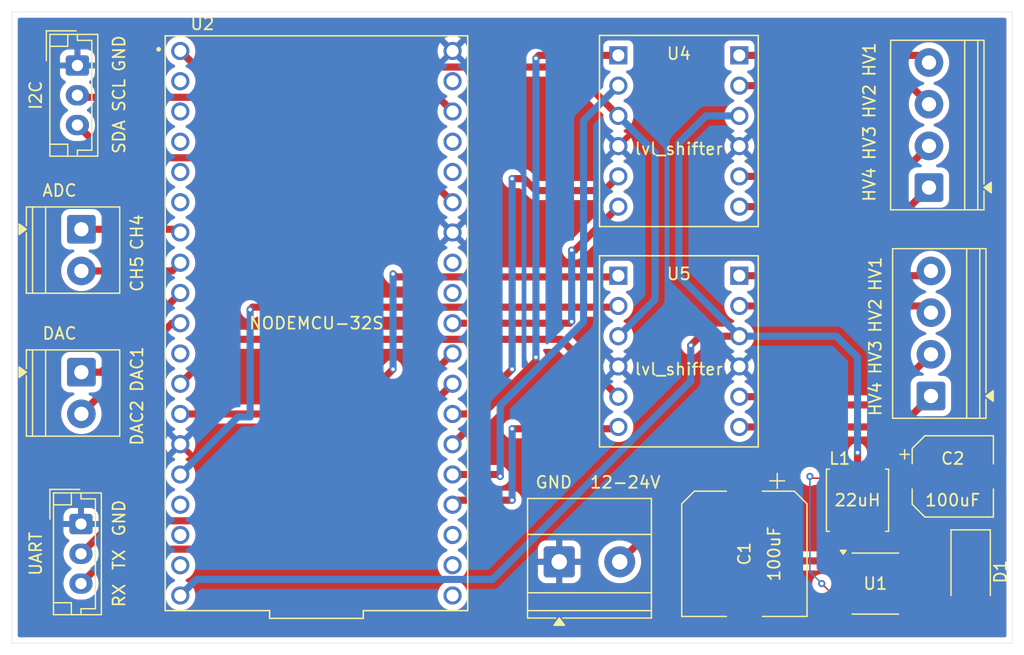
<source format=kicad_pcb>
(kicad_pcb (version 20241229) (generator "pcbnew") (generator_version "9.0")
  (layers (0 "F.Cu" signal "Front") (4 "In1.Cu" signal) (6 "In2.Cu" signal) (2 "B.Cu" signal "Back") (13 "F.Paste" user) (15 "B.Paste" user) (5 "F.SilkS" user "F.Silkscreen") (7 "B.SilkS" user "B.Silkscreen") (1 "F.Mask" user) (3 "B.Mask" user) (25 "Edge.Cuts" user))
  (net 0 "")
  (net 1 "GND")
  (net 3 "5V")
  (net 7 "Net-(J4-Pin_2)")
  (net 8 "Net-(D1-K)")
  (net 12 "Net-(J1-Pin_3)")
  (net 15 "Net-(J4-Pin_1)")
  (net 16 "Net-(J2-Pin_2)")
  (net 17 "LV_Signal2")
  (net 18 "LV_Signal5")
  (net 21 "+3.3V")
  (net 23 "LV_Signal7")
  (net 24 "Net-(J3-Pin_2)")
  (net 25 "LV_Signal1")
  (net 26 "Net-(J2-Pin_3)")
  (net 32 "LV_Signal4")
  (net 33 "Net-(J1-Pin_2)")
  (net 35 "LV_Signal6")
  (net 36 "Net-(J3-Pin_1)")
  (net 37 "Net-(J5-Pin_1)")
  (net 38 "Net-(J5-Pin_2)")
  (net 39 "Net-(J5-Pin_4)")
  (net 40 "Net-(J5-Pin_3)")
  (net 41 "LV_Signal3")
  (net 42 "Net-(J6-Pin_4)")
  (net 43 "Net-(J6-Pin_3)")
  (net 44 "Net-(J6-Pin_1)")
  (net 45 "Net-(J6-Pin_2)")
  (net 46 "LV_Signal8")
  (net 47 "Net-(J7-Pin_2)")
  (footprint "TerminalBlock_Phoenix:TerminalBlock_Phoenix_MKDS-1,5-2-5.08_1x02_P5.08mm_Horizontal" (layer "F.Cu") (at 137.955 135.1725)
    (property "Reference" "GND" (at -0.455 -6.6725 0) (layer "F.SilkS"))
    (property "Value" "INPUT POWER (12 - 24V)")
    (fp_line (start -2.66 -5.32) (end 7.74 -5.32) (stroke (width 0.12)) (layer "F.SilkS"))
    (fp_line (start -2.66 -2.3) (end 7.74 -2.3) (stroke (width 0.12)) (layer "F.SilkS"))
    (fp_line (start -2.66 2.6) (end 7.74 2.6) (stroke (width 0.12)) (layer "F.SilkS"))
    (fp_line (start -2.66 4.1) (end 7.74 4.1) (stroke (width 0.12)) (layer "F.SilkS"))
    (fp_line (start -2.66 4.72) (end -2.66 -5.32) (stroke (width 0.12)) (layer "F.SilkS"))
    (fp_line (start -0.3 4.72) (end -2.66 4.72) (stroke (width 0.12)) (layer "F.SilkS"))
    (fp_line (start 7.74 -5.32) (end 7.74 4.72) (stroke (width 0.12)) (layer "F.SilkS"))
    (fp_line (start 7.74 4.72) (end 0.3 4.72) (stroke (width 0.12)) (layer "F.SilkS"))
    (fp_poly (pts (xy 0 4.72) (xy 0.44 5.33) (xy -0.44 5.33)) (stroke (width 0.12)) (fill yes) (layer "F.SilkS"))
    (pad "1" thru_hole roundrect (at 0 0) (size 2.6 2.6) (drill 1.3) (layers "*.Cu" "*.Mask") (roundrect_rratio 0.096154) (net 1 "GND"))
    (pad "2" thru_hole circle (at 5.08 0) (size 2.6 2.6) (drill 1.3) (layers "*.Cu" "*.Mask") (net 47 "Net-(J7-Pin_2)"))
  )
  (footprint "TerminalBlock_Phoenix:TerminalBlock_Phoenix_PT-1,5-4-3.5-H_1x04_P3.50mm_Horizontal" (layer "F.Cu") (at 169.1675 121.25 90)
    (property "Reference" "J6" (hide yes))
    (property "Value" "5V_Signal")
    (fp_line (start 12.37 -3.22) (end 12.37 4.62) (stroke (width 0.12)) (layer "F.SilkS"))
    (fp_line (start -1.87 -3.22) (end 12.37 -3.22) (stroke (width 0.12)) (layer "F.SilkS"))
    (fp_line (start -1.87 3) (end 12.37 3) (stroke (width 0.12)) (layer "F.SilkS"))
    (fp_line (start -1.87 4.1) (end 12.37 4.1) (stroke (width 0.12)) (layer "F.SilkS"))
    (fp_line (start 12.37 4.62) (end 0.3 4.62) (stroke (width 0.12)) (layer "F.SilkS"))
    (fp_line (start -0.3 4.62) (end -1.87 4.62) (stroke (width 0.12)) (layer "F.SilkS"))
    (fp_line (start -1.87 4.62) (end -1.87 -3.22) (stroke (width 0.12)) (layer "F.SilkS"))
    (fp_poly (pts (xy 0 4.62) (xy 0.44 5.23) (xy -0.44 5.23)) (stroke (width 0.12)) (fill yes) (layer "F.SilkS"))
    (pad "1" thru_hole roundrect (at 0 0 90) (size 2.4 2.4) (drill 1.2) (layers "*.Cu" "*.Mask") (roundrect_rratio 0.104167) (net 44 "Net-(J6-Pin_1)"))
    (pad "2" thru_hole circle (at 3.5 0 90) (size 2.4 2.4) (drill 1.2) (layers "*.Cu" "*.Mask") (net 45 "Net-(J6-Pin_2)"))
    (pad "3" thru_hole circle (at 7 0 90) (size 2.4 2.4) (drill 1.2) (layers "*.Cu" "*.Mask") (net 43 "Net-(J6-Pin_3)"))
    (pad "4" thru_hole circle (at 10.5 0 90) (size 2.4 2.4) (drill 1.2) (layers "*.Cu" "*.Mask") (net 42 "Net-(J6-Pin_4)"))
  )
  (footprint "Connector_JST:JST_EH_B3B-EH-A_1x03_P2.50mm_Vertical" (layer "F.Cu") (at 97.5 93.5 -90)
    (property "Reference" "I2C" (at 2.5 3.5 90) (layer "F.SilkS"))
    (property "Value" "Conn_01x03_Pin" (hide yes))
    (fp_line (start -2.91 2.61) (end -0.41 2.61) (stroke (width 0.12)) (layer "F.SilkS"))
    (fp_line (start -2.61 2.31) (end 7.61 2.31) (stroke (width 0.12)) (layer "F.SilkS"))
    (fp_line (start 7.61 2.31) (end 7.61 -1.71) (stroke (width 0.12)) (layer "F.SilkS"))
    (fp_line (start -2.61 0.81) (end -1.61 0.81) (stroke (width 0.12)) (layer "F.SilkS"))
    (fp_line (start -1.61 0.81) (end -1.61 2.31) (stroke (width 0.12)) (layer "F.SilkS"))
    (fp_line (start 6.61 0.81) (end 6.61 2.31) (stroke (width 0.12)) (layer "F.SilkS"))
    (fp_line (start 7.61 0.81) (end 6.61 0.81) (stroke (width 0.12)) (layer "F.SilkS"))
    (fp_line (start -2.91 0.11) (end -2.91 2.61) (stroke (width 0.12)) (layer "F.SilkS"))
    (fp_line (start -2.61 0) (end -2.11 0) (stroke (width 0.12)) (layer "F.SilkS"))
    (fp_line (start -2.11 0) (end -2.11 -1.21) (stroke (width 0.12)) (layer "F.SilkS"))
    (fp_line (start 7.11 0) (end 7.61 0) (stroke (width 0.12)) (layer "F.SilkS"))
    (fp_line (start -2.11 -1.21) (end 7.11 -1.21) (stroke (width 0.12)) (layer "F.SilkS"))
    (fp_line (start 7.11 -1.21) (end 7.11 0) (stroke (width 0.12)) (layer "F.SilkS"))
    (fp_line (start -2.61 -1.71) (end -2.61 2.31) (stroke (width 0.12)) (layer "F.SilkS"))
    (fp_line (start 7.61 -1.71) (end -2.61 -1.71) (stroke (width 0.12)) (layer "F.SilkS"))
    (pad "1" thru_hole roundrect (at 0 0 270) (size 1.7 1.95) (drill 0.95) (layers "*.Cu" "*.Mask") (roundrect_rratio 0.147059) (net 1 "GND"))
    (pad "2" thru_hole oval (at 2.5 0 270) (size 1.7 1.95) (drill 0.95) (layers "*.Cu" "*.Mask") (net 16 "Net-(J2-Pin_2)"))
    (pad "3" thru_hole oval (at 5 0 270) (size 1.7 1.95) (drill 0.95) (layers "*.Cu" "*.Mask") (net 26 "Net-(J2-Pin_3)"))
  )
  (footprint "Diode_SMD:D_SMA" (layer "F.Cu") (at 172.5 136 -90)
    (property "Reference" "D1" (at 0 -2.5 90) (layer "F.SilkS"))
    (property "Value" "SS34")
    (fp_line (start -3.51 1.65) (end 2 1.65) (stroke (width 0.12)) (layer "F.SilkS"))
    (fp_line (start -3.51 -1.65) (end -3.51 1.65) (stroke (width 0.12)) (layer "F.SilkS"))
    (fp_line (start -3.51 -1.65) (end 2 -1.65) (stroke (width 0.12)) (layer "F.SilkS"))
    (pad "1" smd roundrect (at -2 0 270) (size 2.5 1.8) (layers "F.Cu" "F.Mask" "F.Paste") (roundrect_rratio 0.1388888889) (net 8 "Net-(D1-K)"))
    (pad "2" smd roundrect (at 2 0 270) (size 2.5 1.8) (layers "F.Cu" "F.Mask" "F.Paste") (roundrect_rratio 0.1388888889) (net 1 "GND"))
  )
  (footprint "TerminalBlock_Phoenix:TerminalBlock_Phoenix_PT-1,5-2-3.5-H_1x02_P3.50mm_Horizontal" (layer "F.Cu") (at 97.8325 119.25 -90)
    (property "Reference" "DAC" (at -3.25 1.8325 180) (layer "F.SilkS"))
    (property "Value" "Conn_01x02_Socket" (hide yes))
    (fp_line (start -1.87 4.62) (end -1.87 -3.22) (stroke (width 0.12)) (layer "F.SilkS"))
    (fp_line (start -0.3 4.62) (end -1.87 4.62) (stroke (width 0.12)) (layer "F.SilkS"))
    (fp_line (start 5.37 4.62) (end 0.3 4.62) (stroke (width 0.12)) (layer "F.SilkS"))
    (fp_line (start -1.87 4.1) (end 5.37 4.1) (stroke (width 0.12)) (layer "F.SilkS"))
    (fp_line (start -1.87 3) (end 5.37 3) (stroke (width 0.12)) (layer "F.SilkS"))
    (fp_line (start -1.87 -3.22) (end 5.37 -3.22) (stroke (width 0.12)) (layer "F.SilkS"))
    (fp_line (start 5.37 -3.22) (end 5.37 4.62) (stroke (width 0.12)) (layer "F.SilkS"))
    (fp_poly (pts (xy 0 4.62) (xy 0.44 5.23) (xy -0.44 5.23)) (stroke (width 0.12)) (fill yes) (layer "F.SilkS"))
    (pad "1" thru_hole roundrect (at 0 0 270) (size 2.4 2.4) (drill 1.2) (layers "*.Cu" "*.Mask") (roundrect_rratio 0.104167) (net 36 "Net-(J3-Pin_1)"))
    (pad "2" thru_hole circle (at 3.5 0 270) (size 2.4 2.4) (drill 1.2) (layers "*.Cu" "*.Mask") (net 24 "Net-(J3-Pin_2)"))
  )
  (footprint "Package_SO:SOIC-8_3.9x4.9mm_P1.27mm" (layer "F.Cu") (at 164.5 137)
    (property "Reference" "U1" (at 0 0 0) (layer "F.SilkS"))
    (property "Value" "XL1509-5.0")
    (fp_line (start 0 -2.56) (end -1.95 -2.56) (stroke (width 0.12)) (layer "F.SilkS"))
    (fp_line (start 0 -2.56) (end 1.95 -2.56) (stroke (width 0.12)) (layer "F.SilkS"))
    (fp_line (start 0 2.56) (end -1.95 2.56) (stroke (width 0.12)) (layer "F.SilkS"))
    (fp_line (start 0 2.56) (end 1.95 2.56) (stroke (width 0.12)) (layer "F.SilkS"))
    (fp_poly (pts (xy -2.7 -2.465) (xy -2.94 -2.795) (xy -2.46 -2.795)) (stroke (width 0.12)) (fill yes) (layer "F.SilkS"))
    (pad "1" smd roundrect (at -2.475 -1.905) (size 1.95 0.6) (layers "F.Cu" "F.Mask" "F.Paste") (net 47 "Net-(J7-Pin_2)"))
    (pad "2" smd roundrect (at -2.475 -0.635) (size 1.95 0.6) (layers "F.Cu" "F.Mask" "F.Paste") (net 8 "Net-(D1-K)"))
    (pad "3" smd roundrect (at -2.475 0.635) (size 1.95 0.6) (layers "F.Cu" "F.Mask" "F.Paste") (net 3 "5V"))
    (pad "4" smd roundrect (at -2.475 1.905) (size 1.95 0.6) (layers "F.Cu" "F.Mask" "F.Paste"))
    (pad "5" smd roundrect (at 2.475 1.905) (size 1.95 0.6) (layers "F.Cu" "F.Mask" "F.Paste") (net 1 "GND"))
    (pad "6" smd roundrect (at 2.475 0.635) (size 1.95 0.6) (layers "F.Cu" "F.Mask" "F.Paste") (net 1 "GND"))
    (pad "7" smd roundrect (at 2.475 -0.635) (size 1.95 0.6) (layers "F.Cu" "F.Mask" "F.Paste") (net 1 "GND"))
    (pad "8" smd roundrect (at 2.475 -1.905) (size 1.95 0.6) (layers "F.Cu" "F.Mask" "F.Paste") (net 1 "GND"))
  )
  (footprint "Capacitor_SMD:CP_Elec_6.3x5.8" (layer "F.Cu") (at 171 128)
    (property "Reference" "C2" (at 0 -1.5 0) (layer "F.SilkS"))
    (property "Value" "100u")
    (fp_line (start -4.4375 -1.8475) (end -3.65 -1.8475) (stroke (width 0.12)) (layer "F.SilkS"))
    (fp_line (start -4.04375 -2.24125) (end -4.04375 -1.45375) (stroke (width 0.12)) (layer "F.SilkS"))
    (fp_line (start -3.41 -2.345563) (end -3.41 -1.06) (stroke (width 0.12)) (layer "F.SilkS"))
    (fp_line (start -3.41 -2.345563) (end -2.345563 -3.41) (stroke (width 0.12)) (layer "F.SilkS"))
    (fp_line (start -3.41 2.345563) (end -3.41 1.06) (stroke (width 0.12)) (layer "F.SilkS"))
    (fp_line (start -3.41 2.345563) (end -2.345563 3.41) (stroke (width 0.12)) (layer "F.SilkS"))
    (fp_line (start -2.345563 -3.41) (end 3.41 -3.41) (stroke (width 0.12)) (layer "F.SilkS"))
    (fp_line (start -2.345563 3.41) (end 3.41 3.41) (stroke (width 0.12)) (layer "F.SilkS"))
    (fp_line (start 3.41 -3.41) (end 3.41 -1.06) (stroke (width 0.12)) (layer "F.SilkS"))
    (fp_line (start 3.41 3.41) (end 3.41 1.06) (stroke (width 0.12)) (layer "F.SilkS"))
    (pad "1" smd roundrect (at -2.7 0) (size 3.5 1.6) (layers "F.Cu" "F.Mask" "F.Paste") (roundrect_rratio 0.15625) (net 3 "5V"))
    (pad "2" smd roundrect (at 2.7 0) (size 3.5 1.6) (layers "F.Cu" "F.Mask" "F.Paste") (roundrect_rratio 0.15625) (net 1 "GND"))
  )
  (footprint "NODEMCU-32S:MODULE_NODEMCU-32S" (layer "F.Cu") (at 117.57 115.14)
    (property "Reference" "U2" (at -9.575 -25.135 0) (layer "F.SilkS"))
    (property "Value" "NODEMCU-32S")
    (fp_line (start -12.7 -24.13) (end 12.7 -24.13) (stroke (width 0.127)) (layer "F.SilkS"))
    (fp_line (start -12.7 24.13) (end -12.7 -24.13) (stroke (width 0.127)) (layer "F.SilkS"))
    (fp_line (start -3.93 24.13) (end -12.7 24.13) (stroke (width 0.127)) (layer "F.SilkS"))
    (fp_line (start -3.93 24.13) (end -3.93 24.78) (stroke (width 0.127)) (layer "F.SilkS"))
    (fp_line (start -3.93 24.78) (end 3.93 24.78) (stroke (width 0.127)) (layer "F.SilkS"))
    (fp_line (start 3.93 24.78) (end 3.93 24.13) (stroke (width 0.127)) (layer "F.SilkS"))
    (fp_line (start 12.7 -24.13) (end 12.7 24.13) (stroke (width 0.127)) (layer "F.SilkS"))
    (fp_line (start 12.7 24.13) (end 3.93 24.13) (stroke (width 0.127)) (layer "F.SilkS"))
    (fp_circle (center -13.25 -23) (end -13.15 -23) (stroke (width 0.2)) (fill no) (layer "F.SilkS"))
    (pad "J1_1" thru_hole circle (at -11.43 -22.86) (size 1.524 1.524) (drill 1.016) (layers "*.Cu" "*.Mask") (net 21 "+3.3V"))
    (pad "J1_2" thru_hole circle (at -11.43 -20.32) (size 1.524 1.524) (drill 1.016) (layers "*.Cu" "*.Mask"))
    (pad "J1_3" thru_hole circle (at -11.43 -17.78) (size 1.524 1.524) (drill 1.016) (layers "*.Cu" "*.Mask"))
    (pad "J1_4" thru_hole circle (at -11.43 -15.24) (size 1.524 1.524) (drill 1.016) (layers "*.Cu" "*.Mask"))
    (pad "J1_5" thru_hole circle (at -11.43 -12.7) (size 1.524 1.524) (drill 1.016) (layers "*.Cu" "*.Mask"))
    (pad "J1_6" thru_hole circle (at -11.43 -10.16) (size 1.524 1.524) (drill 1.016) (layers "*.Cu" "*.Mask"))
    (pad "J1_7" thru_hole circle (at -11.43 -7.62) (size 1.524 1.524) (drill 1.016) (layers "*.Cu" "*.Mask") (net 15 "Net-(J4-Pin_1)"))
    (pad "J1_8" thru_hole circle (at -11.43 -5.08) (size 1.524 1.524) (drill 1.016) (layers "*.Cu" "*.Mask") (net 7 "Net-(J4-Pin_2)"))
    (pad "J1_9" thru_hole circle (at -11.43 -2.54) (size 1.524 1.524) (drill 1.016) (layers "*.Cu" "*.Mask") (net 36 "Net-(J3-Pin_1)"))
    (pad "J1_10" thru_hole circle (at -11.43 0) (size 1.524 1.524) (drill 1.016) (layers "*.Cu" "*.Mask") (net 24 "Net-(J3-Pin_2)"))
    (pad "J1_11" thru_hole circle (at -11.43 2.54) (size 1.524 1.524) (drill 1.016) (layers "*.Cu" "*.Mask"))
    (pad "J1_12" thru_hole circle (at -11.43 5.08) (size 1.524 1.524) (drill 1.016) (layers "*.Cu" "*.Mask") (net 23 "LV_Signal7"))
    (pad "J1_13" thru_hole circle (at -11.43 7.62) (size 1.524 1.524) (drill 1.016) (layers "*.Cu" "*.Mask") (net 18 "LV_Signal5"))
    (pad "J1_14" thru_hole circle (at -11.43 10.16) (size 1.524 1.524) (drill 1.016) (layers "*.Cu" "*.Mask") (net 1 "GND"))
    (pad "J1_15" thru_hole circle (at -11.43 12.7) (size 1.524 1.524) (drill 1.016) (layers "*.Cu" "*.Mask") (net 35 "LV_Signal6"))
    (pad "J1_16" thru_hole circle (at -11.43 15.24) (size 1.524 1.524) (drill 1.016) (layers "*.Cu" "*.Mask"))
    (pad "J1_17" thru_hole circle (at -11.43 17.78) (size 1.524 1.524) (drill 1.016) (layers "*.Cu" "*.Mask"))
    (pad "J1_18" thru_hole circle (at -11.43 20.32) (size 1.524 1.524) (drill 1.016) (layers "*.Cu" "*.Mask"))
    (pad "J1_19" thru_hole circle (at -11.43 22.86) (size 1.524 1.524) (drill 1.016) (layers "*.Cu" "*.Mask") (net 3 "5V"))
    (pad "J2_1" thru_hole circle (at 11.43 -22.86) (size 1.524 1.524) (drill 1.016) (layers "*.Cu" "*.Mask") (net 1 "GND"))
    (pad "J2_2" thru_hole circle (at 11.43 -20.32) (size 1.524 1.524) (drill 1.016) (layers "*.Cu" "*.Mask"))
    (pad "J2_3" thru_hole circle (at 11.43 -17.78) (size 1.524 1.524) (drill 1.016) (layers "*.Cu" "*.Mask") (net 16 "Net-(J2-Pin_2)"))
    (pad "J2_4" thru_hole circle (at 11.43 -15.24) (size 1.524 1.524) (drill 1.016) (layers "*.Cu" "*.Mask"))
    (pad "J2_5" thru_hole circle (at 11.43 -12.7) (size 1.524 1.524) (drill 1.016) (layers "*.Cu" "*.Mask"))
    (pad "J2_6" thru_hole circle (at 11.43 -10.16) (size 1.524 1.524) (drill 1.016) (layers "*.Cu" "*.Mask") (net 26 "Net-(J2-Pin_3)"))
    (pad "J2_7" thru_hole circle (at 11.43 -7.62) (size 1.524 1.524) (drill 1.016) (layers "*.Cu" "*.Mask") (net 1 "GND"))
    (pad "J2_8" thru_hole circle (at 11.43 -5.08) (size 1.524 1.524) (drill 1.016) (layers "*.Cu" "*.Mask"))
    (pad "J2_9" thru_hole circle (at 11.43 -2.54) (size 1.524 1.524) (drill 1.016) (layers "*.Cu" "*.Mask"))
    (pad "J2_10" thru_hole circle (at 11.43 0) (size 1.524 1.524) (drill 1.016) (layers "*.Cu" "*.Mask") (net 32 "LV_Signal4"))
    (pad "J2_11" thru_hole circle (at 11.43 2.54) (size 1.524 1.524) (drill 1.016) (layers "*.Cu" "*.Mask") (net 33 "Net-(J1-Pin_2)"))
    (pad "J2_12" thru_hole circle (at 11.43 5.08) (size 1.524 1.524) (drill 1.016) (layers "*.Cu" "*.Mask") (net 12 "Net-(J1-Pin_3)"))
    (pad "J2_13" thru_hole circle (at 11.43 7.62) (size 1.524 1.524) (drill 1.016) (layers "*.Cu" "*.Mask") (net 41 "LV_Signal3"))
    (pad "J2_14" thru_hole circle (at 11.43 10.16) (size 1.524 1.524) (drill 1.016) (layers "*.Cu" "*.Mask") (net 25 "LV_Signal1"))
    (pad "J2_15" thru_hole circle (at 11.43 12.7) (size 1.524 1.524) (drill 1.016) (layers "*.Cu" "*.Mask") (net 17 "LV_Signal2"))
    (pad "J2_16" thru_hole circle (at 11.43 15.24) (size 1.524 1.524) (drill 1.016) (layers "*.Cu" "*.Mask") (net 46 "LV_Signal8"))
    (pad "J2_17" thru_hole circle (at 11.43 17.78) (size 1.524 1.524) (drill 1.016) (layers "*.Cu" "*.Mask"))
    (pad "J2_18" thru_hole circle (at 11.43 20.32) (size 1.524 1.524) (drill 1.016) (layers "*.Cu" "*.Mask"))
    (pad "J2_19" thru_hole circle (at 11.43 22.86) (size 1.524 1.524) (drill 1.016) (layers "*.Cu" "*.Mask"))
  )
  (footprint "Capacitor_SMD:CP_Elec_10x10" (layer "F.Cu") (at 153.5 134.5 -90)
    (property "Reference" "C1" (at 0 0 90) (layer "F.SilkS"))
    (property "Value" "100u")
    (fp_line (start -4.195563 5.26) (end 5.26 5.26) (stroke (width 0.12)) (layer "F.SilkS"))
    (fp_line (start 5.26 5.26) (end 5.26 1.51) (stroke (width 0.12)) (layer "F.SilkS"))
    (fp_line (start -5.26 4.195563) (end -4.195563 5.26) (stroke (width 0.12)) (layer "F.SilkS"))
    (fp_line (start -5.26 4.195563) (end -5.26 1.51) (stroke (width 0.12)) (layer "F.SilkS"))
    (fp_line (start -6.75 -2.76) (end -5.5 -2.76) (stroke (width 0.12)) (layer "F.SilkS"))
    (fp_line (start -6.125 -3.385) (end -6.125 -2.135) (stroke (width 0.12)) (layer "F.SilkS"))
    (fp_line (start -5.26 -4.195563) (end -5.26 -1.51) (stroke (width 0.12)) (layer "F.SilkS"))
    (fp_line (start -5.26 -4.195563) (end -4.195563 -5.26) (stroke (width 0.12)) (layer "F.SilkS"))
    (fp_line (start -4.195563 -5.26) (end 5.26 -5.26) (stroke (width 0.12)) (layer "F.SilkS"))
    (fp_line (start 5.26 -5.26) (end 5.26 -1.51) (stroke (width 0.12)) (layer "F.SilkS"))
    (pad "1" smd roundrect (at -4 0 270) (size 4 2.5) (layers "F.Cu" "F.Mask" "F.Paste") (roundrect_rratio 0.1) (net 47 "Net-(J7-Pin_2)"))
    (pad "2" smd roundrect (at 4 0 270) (size 4 2.5) (layers "F.Cu" "F.Mask" "F.Paste") (roundrect_rratio 0.1) (net 1 "GND"))
  )
  (footprint "Inductor_SMD:L_APV_ANR5020" (layer "F.Cu") (at 163 130 90)
    (property "Reference" "L1" (at 3.5 -1.5 180) (layer "F.SilkS"))
    (property "Value" "22u")
    (fp_line (start 2.61 -2.61) (end 2.61 -2.36) (stroke (width 0.12)) (layer "F.SilkS"))
    (fp_line (start -2.61 -2.61) (end 2.61 -2.61) (stroke (width 0.12)) (layer "F.SilkS"))
    (fp_line (start -2.61 -2.36) (end -2.61 -2.61) (stroke (width 0.12)) (layer "F.SilkS"))
    (fp_line (start 2.61 2.36) (end 2.61 2.61) (stroke (width 0.12)) (layer "F.SilkS"))
    (fp_line (start 2.61 2.61) (end -2.61 2.61) (stroke (width 0.12)) (layer "F.SilkS"))
    (fp_line (start -2.61 2.61) (end -2.61 2.36) (stroke (width 0.12)) (layer "F.SilkS"))
    (pad "1" smd roundrect (at -1.85 0 90) (size 1.4 4.2) (layers "F.Cu" "F.Mask" "F.Paste") (roundrect_rratio 0.178571) (net 8 "Net-(D1-K)"))
    (pad "2" smd roundrect (at 1.85 0 90) (size 1.4 4.2) (layers "F.Cu" "F.Mask" "F.Paste") (roundrect_rratio 0.178571) (net 3 "5V"))
  )
  (footprint "BOB-12009:CONV_BOB-12009" (layer "F.Cu") (at 148 99)
    (property "Reference" "U4" (at 0 -6.5 0) (layer "F.SilkS"))
    (property "Value" "BOB-12009")
    (fp_line (start -6.665 -8.025) (end 6.665 -8.025) (stroke (width 0.127)) (layer "F.SilkS"))
    (fp_line (start -6.665 8.025) (end -6.665 -8.025) (stroke (width 0.127)) (layer "F.SilkS"))
    (fp_line (start 6.665 -8.025) (end 6.665 8.025) (stroke (width 0.127)) (layer "F.SilkS"))
    (fp_line (start 6.665 8.025) (end -6.665 8.025) (stroke (width 0.127)) (layer "F.SilkS"))
    (pad "GND_1" thru_hole circle (at 5.08 1.27) (size 1.524 1.524) (drill 1.016) (layers "*.Cu" "*.Mask") (net 1 "GND"))
    (pad "GND_2" thru_hole circle (at -5.08 1.27) (size 1.524 1.524) (drill 1.016) (layers "*.Cu" "*.Mask") (net 1 "GND"))
    (pad "HV" thru_hole circle (at 5.08 -1.27) (size 1.524 1.524) (drill 1.016) (layers "*.Cu" "*.Mask") (net 3 "5V"))
    (pad "HV1" thru_hole rect (at 5.08 -6.35) (size 1.524 1.524) (drill 1.016) (layers "*.Cu" "*.Mask") (net 39 "Net-(J5-Pin_4)"))
    (pad "HV2" thru_hole circle (at 5.08 -3.81) (size 1.524 1.524) (drill 1.016) (layers "*.Cu" "*.Mask") (net 40 "Net-(J5-Pin_3)"))
    (pad "HV3" thru_hole circle (at 5.08 3.81) (size 1.524 1.524) (drill 1.016) (layers "*.Cu" "*.Mask") (net 38 "Net-(J5-Pin_2)"))
    (pad "HV4" thru_hole circle (at 5.08 6.35) (size 1.524 1.524) (drill 1.016) (layers "*.Cu" "*.Mask") (net 37 "Net-(J5-Pin_1)"))
    (pad "LV" thru_hole circle (at -5.08 -1.27) (size 1.524 1.524) (drill 1.016) (layers "*.Cu" "*.Mask") (net 21 "+3.3V"))
    (pad "LV1" thru_hole rect (at -5.08 -6.35) (size 1.524 1.524) (drill 1.016) (layers "*.Cu" "*.Mask") (net 25 "LV_Signal1"))
    (pad "LV2" thru_hole circle (at -5.08 -3.81) (size 1.524 1.524) (drill 1.016) (layers "*.Cu" "*.Mask") (net 17 "LV_Signal2"))
    (pad "LV3" thru_hole circle (at -5.08 3.81) (size 1.524 1.524) (drill 1.016) (layers "*.Cu" "*.Mask") (net 41 "LV_Signal3"))
    (pad "LV4" thru_hole circle (at -5.08 6.35) (size 1.524 1.524) (drill 1.016) (layers "*.Cu" "*.Mask") (net 32 "LV_Signal4"))
  )
  (footprint "TerminalBlock_Phoenix:TerminalBlock_Phoenix_PT-1,5-2-3.5-H_1x02_P3.50mm_Horizontal" (layer "F.Cu") (at 97.8325 107.25 -90)
    (property "Reference" "ADC" (at -3.25 1.8325 180) (layer "F.SilkS"))
    (property "Value" "Conn_01x02_Socket" (hide yes))
    (fp_line (start -1.87 4.62) (end -1.87 -3.22) (stroke (width 0.12)) (layer "F.SilkS"))
    (fp_line (start -0.3 4.62) (end -1.87 4.62) (stroke (width 0.12)) (layer "F.SilkS"))
    (fp_line (start 5.37 4.62) (end 0.3 4.62) (stroke (width 0.12)) (layer "F.SilkS"))
    (fp_line (start -1.87 4.1) (end 5.37 4.1) (stroke (width 0.12)) (layer "F.SilkS"))
    (fp_line (start -1.87 3) (end 5.37 3) (stroke (width 0.12)) (layer "F.SilkS"))
    (fp_line (start -1.87 -3.22) (end 5.37 -3.22) (stroke (width 0.12)) (layer "F.SilkS"))
    (fp_line (start 5.37 -3.22) (end 5.37 4.62) (stroke (width 0.12)) (layer "F.SilkS"))
    (fp_poly (pts (xy 0 4.62) (xy 0.44 5.23) (xy -0.44 5.23)) (stroke (width 0.12)) (fill yes) (layer "F.SilkS"))
    (pad "1" thru_hole roundrect (at 0 0 270) (size 2.4 2.4) (drill 1.2) (layers "*.Cu" "*.Mask") (roundrect_rratio 0.104167) (net 15 "Net-(J4-Pin_1)"))
    (pad "2" thru_hole circle (at 3.5 0 270) (size 2.4 2.4) (drill 1.2) (layers "*.Cu" "*.Mask") (net 7 "Net-(J4-Pin_2)"))
  )
  (footprint "Connector_JST:JST_EH_B3B-EH-A_1x03_P2.50mm_Vertical" (layer "F.Cu") (at 97.8 132 -90)
    (property "Reference" "UART" (at 2.5 3.8 90) (layer "F.SilkS"))
    (property "Value" "Conn_01x03_Pin" (hide yes))
    (fp_line (start -2.91 2.61) (end -0.41 2.61) (stroke (width 0.12)) (layer "F.SilkS"))
    (fp_line (start -2.61 2.31) (end 7.61 2.31) (stroke (width 0.12)) (layer "F.SilkS"))
    (fp_line (start 7.61 2.31) (end 7.61 -1.71) (stroke (width 0.12)) (layer "F.SilkS"))
    (fp_line (start -2.61 0.81) (end -1.61 0.81) (stroke (width 0.12)) (layer "F.SilkS"))
    (fp_line (start -1.61 0.81) (end -1.61 2.31) (stroke (width 0.12)) (layer "F.SilkS"))
    (fp_line (start 6.61 0.81) (end 6.61 2.31) (stroke (width 0.12)) (layer "F.SilkS"))
    (fp_line (start 7.61 0.81) (end 6.61 0.81) (stroke (width 0.12)) (layer "F.SilkS"))
    (fp_line (start -2.91 0.11) (end -2.91 2.61) (stroke (width 0.12)) (layer "F.SilkS"))
    (fp_line (start -2.61 0) (end -2.11 0) (stroke (width 0.12)) (layer "F.SilkS"))
    (fp_line (start -2.11 0) (end -2.11 -1.21) (stroke (width 0.12)) (layer "F.SilkS"))
    (fp_line (start 7.11 0) (end 7.61 0) (stroke (width 0.12)) (layer "F.SilkS"))
    (fp_line (start -2.11 -1.21) (end 7.11 -1.21) (stroke (width 0.12)) (layer "F.SilkS"))
    (fp_line (start 7.11 -1.21) (end 7.11 0) (stroke (width 0.12)) (layer "F.SilkS"))
    (fp_line (start -2.61 -1.71) (end -2.61 2.31) (stroke (width 0.12)) (layer "F.SilkS"))
    (fp_line (start 7.61 -1.71) (end -2.61 -1.71) (stroke (width 0.12)) (layer "F.SilkS"))
    (pad "1" thru_hole roundrect (at 0 0 270) (size 1.7 1.95) (drill 0.95) (layers "*.Cu" "*.Mask") (roundrect_rratio 0.147059) (net 1 "GND"))
    (pad "2" thru_hole oval (at 2.5 0 270) (size 1.7 1.95) (drill 0.95) (layers "*.Cu" "*.Mask") (net 33 "Net-(J1-Pin_2)"))
    (pad "3" thru_hole oval (at 5 0 270) (size 1.7 1.95) (drill 0.95) (layers "*.Cu" "*.Mask") (net 12 "Net-(J1-Pin_3)"))
  )
  (footprint "BOB-12009:CONV_BOB-12009" (layer "F.Cu") (at 148 117.5)
    (property "Reference" "U5" (at 0 -6.5 0) (layer "F.SilkS"))
    (property "Value" "BOB-12009")
    (fp_line (start -6.665 -8.025) (end 6.665 -8.025) (stroke (width 0.127)) (layer "F.SilkS"))
    (fp_line (start -6.665 8.025) (end -6.665 -8.025) (stroke (width 0.127)) (layer "F.SilkS"))
    (fp_line (start 6.665 -8.025) (end 6.665 8.025) (stroke (width 0.127)) (layer "F.SilkS"))
    (fp_line (start 6.665 8.025) (end -6.665 8.025) (stroke (width 0.127)) (layer "F.SilkS"))
    (pad "GND_1" thru_hole circle (at 5.08 1.27) (size 1.524 1.524) (drill 1.016) (layers "*.Cu" "*.Mask") (net 1 "GND"))
    (pad "GND_2" thru_hole circle (at -5.08 1.27) (size 1.524 1.524) (drill 1.016) (layers "*.Cu" "*.Mask") (net 1 "GND"))
    (pad "HV" thru_hole circle (at 5.08 -1.27) (size 1.524 1.524) (drill 1.016) (layers "*.Cu" "*.Mask") (net 3 "5V"))
    (pad "HV1" thru_hole rect (at 5.08 -6.35) (size 1.524 1.524) (drill 1.016) (layers "*.Cu" "*.Mask") (net 42 "Net-(J6-Pin_4)"))
    (pad "HV2" thru_hole circle (at 5.08 -3.81) (size 1.524 1.524) (drill 1.016) (layers "*.Cu" "*.Mask") (net 43 "Net-(J6-Pin_3)"))
    (pad "HV3" thru_hole circle (at 5.08 3.81) (size 1.524 1.524) (drill 1.016) (layers "*.Cu" "*.Mask") (net 45 "Net-(J6-Pin_2)"))
    (pad "HV4" thru_hole circle (at 5.08 6.35) (size 1.524 1.524) (drill 1.016) (layers "*.Cu" "*.Mask") (net 44 "Net-(J6-Pin_1)"))
    (pad "LV" thru_hole circle (at -5.08 -1.27) (size 1.524 1.524) (drill 1.016) (layers "*.Cu" "*.Mask") (net 21 "+3.3V"))
    (pad "LV1" thru_hole rect (at -5.08 -6.35) (size 1.524 1.524) (drill 1.016) (layers "*.Cu" "*.Mask") (net 18 "LV_Signal5"))
    (pad "LV2" thru_hole circle (at -5.08 -3.81) (size 1.524 1.524) (drill 1.016) (layers "*.Cu" "*.Mask") (net 35 "LV_Signal6"))
    (pad "LV3" thru_hole circle (at -5.08 3.81) (size 1.524 1.524) (drill 1.016) (layers "*.Cu" "*.Mask") (net 23 "LV_Signal7"))
    (pad "LV4" thru_hole circle (at -5.08 6.35) (size 1.524 1.524) (drill 1.016) (layers "*.Cu" "*.Mask") (net 46 "LV_Signal8"))
  )
  (footprint "TerminalBlock_Phoenix:TerminalBlock_Phoenix_PT-1,5-4-3.5-H_1x04_P3.50mm_Horizontal" (layer "F.Cu") (at 169 103.75 90)
    (property "Reference" "HV1" (at 10.75 -5 90) (layer "F.SilkS"))
    (property "Value" "5V_Signal")
    (fp_line (start 12.37 -3.22) (end 12.37 4.62) (stroke (width 0.12)) (layer "F.SilkS"))
    (fp_line (start -1.87 -3.22) (end 12.37 -3.22) (stroke (width 0.12)) (layer "F.SilkS"))
    (fp_line (start -1.87 3) (end 12.37 3) (stroke (width 0.12)) (layer "F.SilkS"))
    (fp_line (start -1.87 4.1) (end 12.37 4.1) (stroke (width 0.12)) (layer "F.SilkS"))
    (fp_line (start 12.37 4.62) (end 0.3 4.62) (stroke (width 0.12)) (layer "F.SilkS"))
    (fp_line (start -0.3 4.62) (end -1.87 4.62) (stroke (width 0.12)) (layer "F.SilkS"))
    (fp_line (start -1.87 4.62) (end -1.87 -3.22) (stroke (width 0.12)) (layer "F.SilkS"))
    (fp_poly (pts (xy 0 4.62) (xy 0.44 5.23) (xy -0.44 5.23)) (stroke (width 0.12)) (fill yes) (layer "F.SilkS"))
    (pad "1" thru_hole roundrect (at 0 0 90) (size 2.4 2.4) (drill 1.2) (layers "*.Cu" "*.Mask") (roundrect_rratio 0.104167) (net 37 "Net-(J5-Pin_1)"))
    (pad "2" thru_hole circle (at 3.5 0 90) (size 2.4 2.4) (drill 1.2) (layers "*.Cu" "*.Mask") (net 38 "Net-(J5-Pin_2)"))
    (pad "3" thru_hole circle (at 7 0 90) (size 2.4 2.4) (drill 1.2) (layers "*.Cu" "*.Mask") (net 40 "Net-(J5-Pin_3)"))
    (pad "4" thru_hole circle (at 10.5 0 90) (size 2.4 2.4) (drill 1.2) (layers "*.Cu" "*.Mask") (net 39 "Net-(J5-Pin_4)"))
  )
  (gr_line (start 92 89) (end 92 142) (stroke (width 0.0381)) (layer "Edge.Cuts"))
  (gr_line (start 176 142) (end 176 89) (stroke (width 0.0381)) (layer "Edge.Cuts"))
  (gr_line (start 92 142) (end 176 142) (stroke (width 0.0381)) (layer "Edge.Cuts"))
  (gr_line (start 176 89) (end 92 89) (stroke (width 0.0381)) (layer "Edge.Cuts"))
  (gr_text "SDA" (at 101 99.5 90) (layer "F.SilkS") (effects (font (size 1 1))))
  (gr_text "GND" (at 101 92.5 90) (layer "F.SilkS") (effects (font (size 1 1))))
  (gr_text "DAC1" (at 102.5 119 90) (layer "F.SilkS") (effects (font (size 1 1))))
  (gr_text "DAC2" (at 102.5 123.5 90) (layer "F.SilkS") (effects (font (size 1 1))))
  (gr_text "lvl_shifter" (at 148 119 0) (layer "F.SilkS") (effects (font (size 1 1))))
  (gr_text "HV4" (at 164.5 121.5 90) (layer "F.SilkS") (effects (font (size 1 1))))
  (gr_text "HV2" (at 164 96.5 90) (layer "F.SilkS") (effects (font (size 1 1))))
  (gr_text "100uF" (at 171 130 0) (layer "F.SilkS") (effects (font (size 1 1))))
  (gr_text "TX" (at 101 135 90) (layer "F.SilkS") (effects (font (size 1 1))))
  (gr_text "HV1" (at 164.5 111 90) (layer "F.SilkS") (effects (font (size 1 1))))
  (gr_text "100uF" (at 156 134.5 90) (layer "F.SilkS") (effects (font (size 1 1))))
  (gr_text "SCL" (at 101 96 90) (layer "F.SilkS") (effects (font (size 1 1))))
  (gr_text "lvl_shifter" (at 148 100.5 0) (layer "F.SilkS") (effects (font (size 1 1))))
  (gr_text "22uH" (at 163 130 0) (layer "F.SilkS") (effects (font (size 1 1))))
  (gr_text "CH4" (at 102.5 107.5 90) (layer "F.SilkS") (effects (font (size 1 1))))
  (gr_text "12-24V" (at 143.5 128.5 0) (layer "F.SilkS") (effects (font (size 1 1))))
  (gr_text "HV3" (at 164.5 118 90) (layer "F.SilkS") (effects (font (size 1 1))))
  (gr_text "CH5" (at 102.5 111 90) (layer "F.SilkS") (effects (font (size 1 1))))
  (gr_text "HV3" (at 164 100 90) (layer "F.SilkS") (effects (font (size 1 1))))
  (gr_text "GND" (at 101 131.5 90) (layer "F.SilkS") (effects (font (size 1 1))))
  (gr_text "NODEMCU-32S" (at 117.57 115.14 0) (layer "F.SilkS") (effects (font (size 1 1))))
  (gr_text "RX" (at 101 138 90) (layer "F.SilkS") (effects (font (size 1 1))))
  (gr_text "HV4" (at 164 103.5 90) (layer "F.SilkS") (effects (font (size 1 1))))
  (gr_text "HV2" (at 164.5 114.5 90) (layer "F.SilkS") (effects (font (size 1 1))))
  (segment (start 163 128.15) (end 164 128.15) (width 0.127) (layer "F.Cu") (net 3))
  (segment (start 164.15 128) (end 168.3 128) (width 0.127) (layer "F.Cu") (net 3))
  (segment (start 160.635 137.635) (end 162.025 137.635) (width 0.127) (layer "F.Cu") (net 3))
  (segment (start 160 137) (end 160.635 137.635) (width 0.127) (layer "F.Cu") (net 3))
  (segment (start 163 128.15) (end 159.15 128.15) (width 0.127) (layer "F.Cu") (net 3))
  (segment (start 149.77 116.23) (end 149 117) (width 0.6) (layer "F.Cu") (net 3))
  (segment (start 163 126) (end 163 128.15) (width 0.6) (layer "F.Cu") (net 3))
  (segment (start 159.15 128.15) (end 159 128) (width 0.127) (layer "F.Cu") (net 3))
  (segment (start 153.08 116.23) (end 149.77 116.23) (width 0.6) (layer "F.Cu") (net 3))
  (segment (start 164 128.15) (end 164.15 128) (width 0.127) (layer "F.Cu") (net 3))
  (via (at 163 126) (size 0.6) (drill 0.3) (layers "F.Cu" "B.Cu") (net 3))
  (via (at 159 128) (size 0.6) (drill 0.3) (layers "F.Cu" "B.Cu") (net 3))
  (via (at 160 137) (size 0.6) (drill 0.3) (layers "F.Cu" "B.Cu") (net 3))
  (via (at 149 117) (size 0.6) (drill 0.3) (layers "F.Cu" "B.Cu") (net 3))
  (segment (start 132.35 136.65) (end 107.49 136.65) (width 0.6) (layer "B.Cu") (net 3))
  (segment (start 149 117) (end 149 120) (width 0.6) (layer "B.Cu") (net 3))
  (segment (start 150.27 97.73) (end 153.08 97.73) (width 0.6) (layer "B.Cu") (net 3))
  (segment (start 159 128) (end 159 136) (width 0.127) (layer "B.Cu") (net 3))
  (segment (start 153.08 116.23) (end 161.23 116.23) (width 0.6) (layer "B.Cu") (net 3))
  (segment (start 153.08 116.23) (end 148 111.15) (width 0.6) (layer "B.Cu") (net 3))
  (segment (start 161.23 116.23) (end 163 118) (width 0.6) (layer "B.Cu") (net 3))
  (segment (start 148 100) (end 150.27 97.73) (width 0.6) (layer "B.Cu") (net 3))
  (segment (start 163 118) (end 163 126) (width 0.6) (layer "B.Cu") (net 3))
  (segment (start 107.49 136.65) (end 106.14 138) (width 0.6) (layer "B.Cu") (net 3))
  (segment (start 159 136) (end 160 137) (width 0.127) (layer "B.Cu") (net 3))
  (segment (start 148 111.15) (end 148 100) (width 0.6) (layer "B.Cu") (net 3))
  (segment (start 149 120) (end 132.35 136.65) (width 0.6) (layer "B.Cu") (net 3))
  (segment (start 97.8325 110.75) (end 105.45 110.75) (width 0.6) (layer "F.Cu") (net 7))
  (segment (start 105.45 110.75) (end 106.14 110.06) (width 0.6) (layer "F.Cu") (net 7))
  (segment (start 170.35 131.85) (end 172.5 134) (width 0.6) (layer "F.Cu") (net 8))
  (segment (start 162.025 136.365) (end 162.999999 136.365) (width 0.6) (layer "F.Cu") (net 8))
  (segment (start 163 131.85) (end 170.35 131.85) (width 0.6) (layer "F.Cu") (net 8))
  (segment (start 164.15 135.214999) (end 164.15 133) (width 0.6) (layer "F.Cu") (net 8))
  (segment (start 164.15 133) (end 163 131.85) (width 0.6) (layer "F.Cu") (net 8))
  (segment (start 162.999999 136.365) (end 164.15 135.214999) (width 0.6) (layer "F.Cu") (net 8))
  (segment (start 97.8 137) (end 100.69 134.11) (width 0.6) (layer "F.Cu") (net 12))
  (segment (start 115.11 134.11) (end 129 120.22) (width 0.6) (layer "F.Cu") (net 12))
  (segment (start 100.69 134.11) (end 115.11 134.11) (width 0.6) (layer "F.Cu") (net 12))
  (segment (start 105.87 107.25) (end 106.14 107.52) (width 0.6) (layer "F.Cu") (net 15))
  (segment (start 97.8325 107.25) (end 105.87 107.25) (width 0.6) (layer "F.Cu") (net 15))
  (segment (start 97.67 96.17) (end 127.81 96.17) (width 0.6) (layer "F.Cu") (net 16))
  (segment (start 127.81 96.17) (end 129 97.36) (width 0.6) (layer "F.Cu") (net 16))
  (segment (start 97.5 96) (end 97.67 96.17) (width 0.6) (layer "F.Cu") (net 16))
  (segment (start 132.84 127.84) (end 133 128) (width 0.6) (layer "F.Cu") (net 17))
  (segment (start 129 127.84) (end 132.84 127.84) (width 0.6) (layer "F.Cu") (net 17))
  (via (at 133 128) (size 0.6) (drill 0.3) (layers "F.Cu" "B.Cu") (net 17))
  (segment (start 140 115.029547) (end 140 98.11) (width 0.6) (layer "B.Cu") (net 17))
  (segment (start 133 122.029547) (end 140 115.029547) (width 0.6) (layer "B.Cu") (net 17))
  (segment (start 133 128) (end 133 122.029547) (width 0.6) (layer "B.Cu") (net 17))
  (segment (start 140 98.11) (end 142.92 95.19) (width 0.6) (layer "B.Cu") (net 17))
  (segment (start 142.82 111.25) (end 142.92 111.15) (width 0.6) (layer "F.Cu") (net 18))
  (segment (start 124 111) (end 124.25 111.25) (width 0.6) (layer "F.Cu") (net 18))
  (segment (start 120.24 122.76) (end 124 119) (width 0.6) (layer "F.Cu") (net 18))
  (segment (start 124.25 111.25) (end 142.82 111.25) (width 0.6) (layer "F.Cu") (net 18))
  (segment (start 106.14 122.76) (end 120.24 122.76) (width 0.6) (layer "F.Cu") (net 18))
  (via (at 124 111) (size 0.6) (drill 0.3) (layers "F.Cu" "B.Cu") (net 18))
  (via (at 124 119) (size 0.6) (drill 0.3) (layers "F.Cu" "B.Cu") (net 18))
  (segment (start 124 119) (end 124 111) (width 0.6) (layer "B.Cu") (net 18))
  (segment (start 106.14 92.28) (end 107.49 93.63) (width 0.6) (layer "F.Cu") (net 21))
  (segment (start 107.49 93.63) (end 138.82 93.63) (width 0.6) (layer "F.Cu") (net 21))
  (segment (start 138.82 93.63) (end 142.92 97.73) (width 0.6) (layer "F.Cu") (net 21))
  (segment (start 142.92 116.23) (end 146 113.15) (width 0.6) (layer "B.Cu") (net 21))
  (segment (start 146 113.15) (end 146 100.81) (width 0.6) (layer "B.Cu") (net 21))
  (segment (start 146 100.81) (end 142.92 97.73) (width 0.6) (layer "B.Cu") (net 21))
  (segment (start 109.87 116.49) (end 138.1 116.49) (width 0.6) (layer "F.Cu") (net 23))
  (segment (start 138.1 116.49) (end 142.92 121.31) (width 0.6) (layer "F.Cu") (net 23))
  (segment (start 106.14 120.22) (end 109.87 116.49) (width 0.6) (layer "F.Cu") (net 23))
  (segment (start 105.4425 115.14) (end 106.14 115.14) (width 0.6) (layer "F.Cu") (net 24))
  (segment (start 97.8325 122.75) (end 105.4425 115.14) (width 0.6) (layer "F.Cu") (net 24))
  (segment (start 136.253 92.65) (end 142.92 92.65) (width 0.6) (layer "F.Cu") (net 25))
  (segment (start 136 118.3) (end 136 118) (width 0.6) (layer "F.Cu") (net 25))
  (segment (start 129 125.3) (end 136 118.3) (width 0.6) (layer "F.Cu") (net 25))
  (segment (start 136 92.903) (end 136.253 92.65) (width 0.6) (layer "F.Cu") (net 25))
  (via (at 136 92.903) (size 0.6) (drill 0.3) (layers "F.Cu" "B.Cu") (net 25))
  (via (at 136 118) (size 0.6) (drill 0.3) (layers "F.Cu" "B.Cu") (net 25))
  (segment (start 136 118) (end 136 92.903) (width 0.6) (layer "B.Cu") (net 25))
  (segment (start 100.25 101.25) (end 125.27 101.25) (width 0.6) (layer "F.Cu") (net 26))
  (segment (start 125.27 101.25) (end 129 104.98) (width 0.6) (layer "F.Cu") (net 26))
  (segment (start 97.5 98.5) (end 100.25 101.25) (width 0.6) (layer "F.Cu") (net 26))
  (segment (start 139.27 109) (end 142.92 105.35) (width 0.6) (layer "F.Cu") (net 32))
  (segment (start 139 109) (end 139.27 109) (width 0.6) (layer "F.Cu") (net 32))
  (segment (start 129 115.14) (end 138.86 115.14) (width 0.6) (layer "F.Cu") (net 32))
  (segment (start 138.86 115.14) (end 139 115) (width 0.6) (layer "F.Cu") (net 32))
  (via (at 139 115) (size 0.6) (drill 0.3) (layers "F.Cu" "B.Cu") (net 32))
  (via (at 139 109) (size 0.6) (drill 0.3) (layers "F.Cu" "B.Cu") (net 32))
  (segment (start 139 115) (end 139 109) (width 0.6) (layer "B.Cu") (net 32))
  (segment (start 100.57 131.73) (end 114.95 131.73) (width 0.6) (layer "F.Cu") (net 33))
  (segment (start 114.95 131.73) (end 129 117.68) (width 0.6) (layer "F.Cu") (net 33))
  (segment (start 97.8 134.5) (end 100.57 131.73) (width 0.6) (layer "F.Cu") (net 33))
  (segment (start 142.92 113.69) (end 142.82 113.79) (width 0.6) (layer "F.Cu") (net 35))
  (segment (start 142.82 113.79) (end 112.21 113.79) (width 0.6) (layer "F.Cu") (net 35))
  (segment (start 112.21 113.79) (end 112 114) (width 0.6) (layer "F.Cu") (net 35))
  (via (at 112 114) (size 0.6) (drill 0.3) (layers "F.Cu" "B.Cu") (net 35))
  (segment (start 110.98 123) (end 106.14 127.84) (width 0.6) (layer "B.Cu") (net 35))
  (segment (start 112 123) (end 110.98 123) (width 0.6) (layer "B.Cu") (net 35))
  (segment (start 112 114) (end 112 123) (width 0.6) (layer "B.Cu") (net 35))
  (segment (start 99.49 119.25) (end 106.14 112.6) (width 0.6) (layer "F.Cu") (net 36))
  (segment (start 97.8325 119.25) (end 99.49 119.25) (width 0.6) (layer "F.Cu") (net 36))
  (segment (start 153.08 105.35) (end 167.4 105.35) (width 0.6) (layer "F.Cu") (net 37))
  (segment (start 167.4 105.35) (end 169 103.75) (width 0.6) (layer "F.Cu") (net 37))
  (segment (start 166.44 102.81) (end 169 100.25) (width 0.6) (layer "F.Cu") (net 38))
  (segment (start 153.08 102.81) (end 166.44 102.81) (width 0.6) (layer "F.Cu") (net 38))
  (segment (start 153.08 92.65) (end 168.4 92.65) (width 0.6) (layer "F.Cu") (net 39))
  (segment (start 168.4 92.65) (end 169 93.25) (width 0.6) (layer "F.Cu") (net 39))
  (segment (start 167.44 95.19) (end 169 96.75) (width 0.6) (layer "F.Cu") (net 40))
  (segment (start 153.08 95.19) (end 167.44 95.19) (width 0.6) (layer "F.Cu") (net 40))
  (segment (start 129 122.76) (end 130.24 122.76) (width 0.6) (layer "F.Cu") (net 41))
  (segment (start 134 103) (end 135 103) (width 0.6) (layer "F.Cu") (net 41))
  (segment (start 135 103) (end 136 104) (width 0.6) (layer "F.Cu") (net 41))
  (segment (start 141.73 104) (end 142.92 102.81) (width 0.6) (layer "F.Cu") (net 41))
  (segment (start 130.24 122.76) (end 134 119) (width 0.6) (layer "F.Cu") (net 41))
  (segment (start 136 104) (end 141.73 104) (width 0.6) (layer "F.Cu") (net 41))
  (via (at 134 119) (size 0.6) (drill 0.3) (layers "F.Cu" "B.Cu") (net 41))
  (via (at 134 103) (size 0.6) (drill 0.3) (layers "F.Cu" "B.Cu") (net 41))
  (segment (start 134 119) (end 134 103) (width 0.6) (layer "B.Cu") (net 41))
  (segment (start 153.08 111.15) (end 168.7675 111.15) (width 0.6) (layer "F.Cu") (net 42))
  (segment (start 168.7675 111.15) (end 169.1675 110.75) (width 0.6) (layer "F.Cu") (net 42))
  (segment (start 153.08 113.69) (end 168.6075 113.69) (width 0.6) (layer "F.Cu") (net 43))
  (segment (start 168.6075 113.69) (end 169.1675 114.25) (width 0.6) (layer "F.Cu") (net 43))
  (segment (start 166.5675 123.85) (end 169.1675 121.25) (width 0.6) (layer "F.Cu") (net 44))
  (segment (start 153.08 123.85) (end 166.5675 123.85) (width 0.6) (layer "F.Cu") (net 44))
  (segment (start 156.69 121.31) (end 157.38 122) (width 0.6) (layer "F.Cu") (net 45))
  (segment (start 157.38 122) (end 164.9175 122) (width 0.6) (layer "F.Cu") (net 45))
  (segment (start 164.9175 122) (end 169.1675 117.75) (width 0.6) (layer "F.Cu") (net 45))
  (segment (start 153.08 121.31) (end 156.69 121.31) (width 0.6) (layer "F.Cu") (net 45))
  (segment (start 129 130.38) (end 129.38 130) (width 0.6) (layer "F.Cu") (net 46))
  (segment (start 129.38 130) (end 134 130) (width 0.6) (layer "F.Cu") (net 46))
  (segment (start 134 124) (end 142.77 124) (width 0.6) (layer "F.Cu") (net 46))
  (segment (start 142.77 124) (end 142.92 123.85) (width 0.6) (layer "F.Cu") (net 46))
  (via (at 134 124) (size 0.6) (drill 0.3) (layers "F.Cu" "B.Cu") (net 46))
  (via (at 134 130) (size 0.6) (drill 0.3) (layers "F.Cu" "B.Cu") (net 46))
  (segment (start 134 130) (end 134 124) (width 0.6) (layer "B.Cu") (net 46))
  (segment (start 143.035 135.1725) (end 147.7075 130.5) (width 0.6) (layer "F.Cu") (net 47))
  (segment (start 147.7075 130.5) (end 153.5 130.5) (width 0.6) (layer "F.Cu") (net 47))
  (segment (start 158.095 135.095) (end 162.025 135.095) (width 0.6) (layer "F.Cu") (net 47))
  (segment (start 153.5 130.5) (end 158.095 135.095) (width 0.6) (layer "F.Cu") (net 47))
  (zone (net 1) (net_name "GND") (layers "F.Cu" "B.Cu") (connect_pads (clearance 0.5)) (min_thickness 0.25) (fill yes (thermal_gap 0.5) (thermal_bridge_width 0.5))
    (polygon (pts (xy 91 88) (xy 91 143) (xy 177 143) (xy 177 88)))
  )
)
</source>
